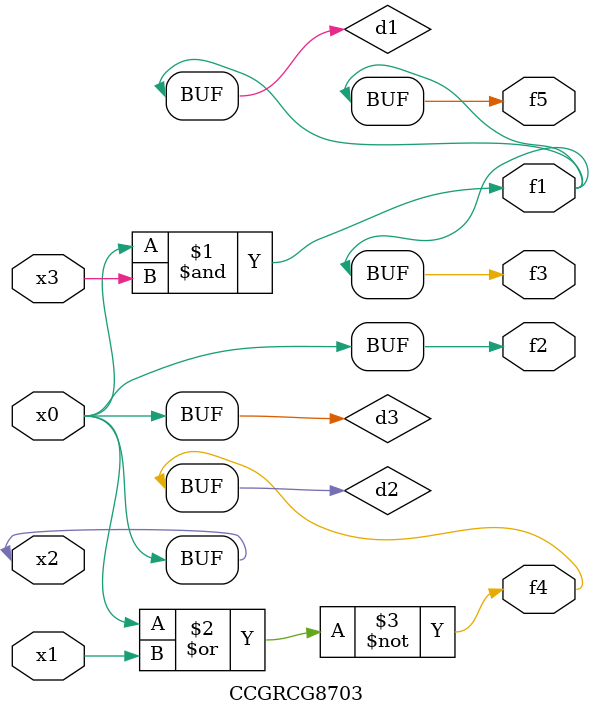
<source format=v>
module CCGRCG8703(
	input x0, x1, x2, x3,
	output f1, f2, f3, f4, f5
);

	wire d1, d2, d3;

	and (d1, x2, x3);
	nor (d2, x0, x1);
	buf (d3, x0, x2);
	assign f1 = d1;
	assign f2 = d3;
	assign f3 = d1;
	assign f4 = d2;
	assign f5 = d1;
endmodule

</source>
